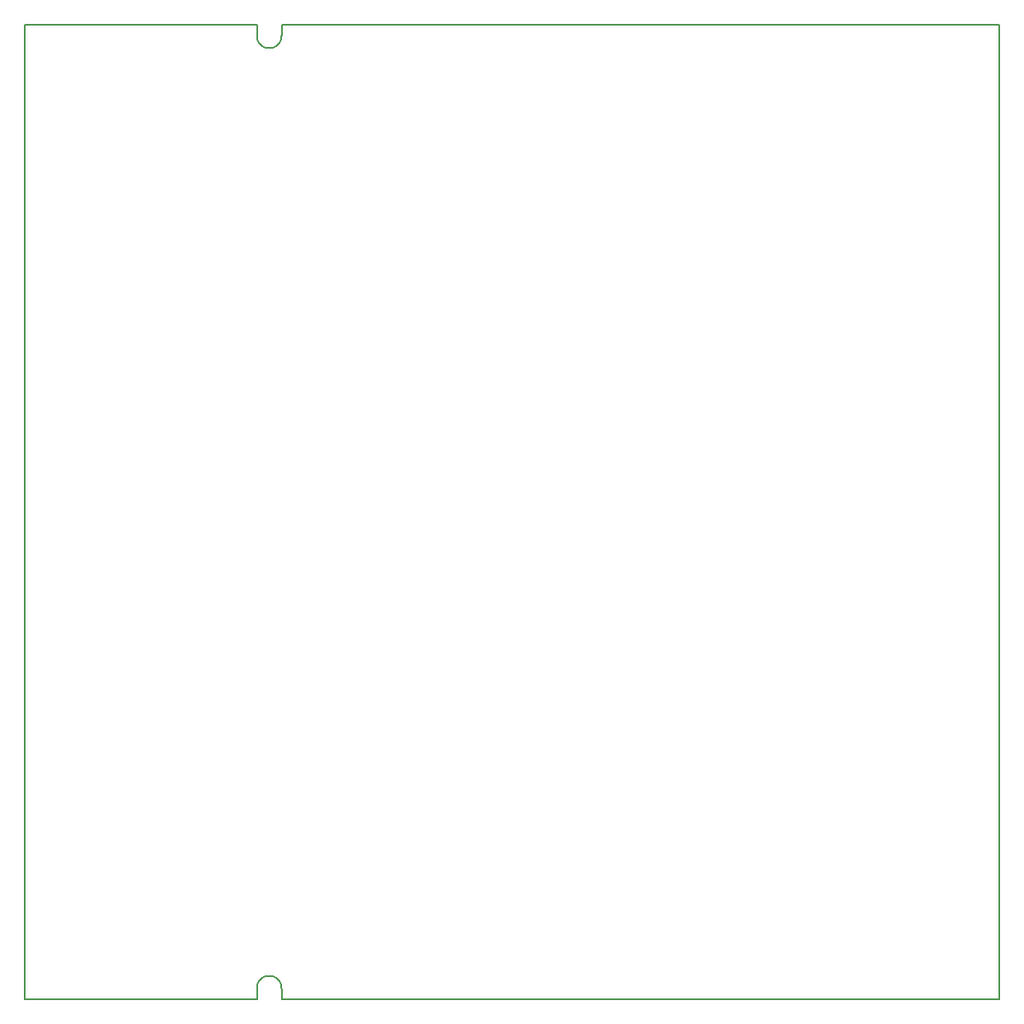
<source format=gbr>
G04 DipTrace 4.3.0.5*
G04 BoardOutline.gbr*
%MOMM*%
G04 #@! TF.FileFunction,Profile*
G04 #@! TF.Part,Single*
%ADD12C,0.14*%
%FSLAX35Y35*%
G04*
G71*
G90*
G75*
G01*
G04 BoardOutline*
%LPD*%
X-7620000Y-5000000D2*
D12*
Y-4889500D1*
X-7366000Y-5000000D2*
Y-4889500D1*
X-7620000D2*
G02X-7366000Y-4889500I127000J0D01*
G01*
X-7620000Y5000627D2*
Y4890127D1*
X-7366000Y5000627D2*
Y4890127D1*
X-7620000D2*
G03X-7366000Y4890127I127000J0D01*
G01*
X-10000000Y5000000D2*
X-7620000D1*
X-7366000D2*
X0D1*
X-10000000Y-5000000D2*
X-7620000D1*
X-7366000D2*
X0D1*
X-10000000Y5000000D2*
Y-5000000D1*
X0Y5000000D2*
Y-5000000D1*
M02*

</source>
